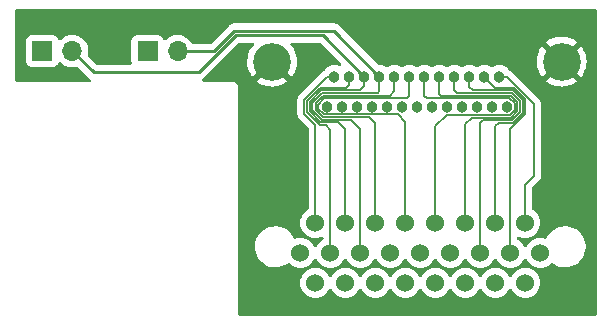
<source format=gbr>
%TF.GenerationSoftware,KiCad,Pcbnew,(6.0.5)*%
%TF.CreationDate,2022-07-15T13:10:31-06:00*%
%TF.ProjectId,25to25,3235746f-3235-42e6-9b69-6361645f7063,rev?*%
%TF.SameCoordinates,Original*%
%TF.FileFunction,Copper,L2,Bot*%
%TF.FilePolarity,Positive*%
%FSLAX46Y46*%
G04 Gerber Fmt 4.6, Leading zero omitted, Abs format (unit mm)*
G04 Created by KiCad (PCBNEW (6.0.5)) date 2022-07-15 13:10:31*
%MOMM*%
%LPD*%
G01*
G04 APERTURE LIST*
%TA.AperFunction,ComponentPad*%
%ADD10R,1.700000X1.700000*%
%TD*%
%TA.AperFunction,ComponentPad*%
%ADD11O,1.700000X1.700000*%
%TD*%
%TA.AperFunction,ComponentPad*%
%ADD12C,3.200400*%
%TD*%
%TA.AperFunction,ComponentPad*%
%ADD13C,0.965200*%
%TD*%
%TA.AperFunction,ComponentPad*%
%ADD14C,1.530000*%
%TD*%
%TA.AperFunction,Conductor*%
%ADD15C,0.127000*%
%TD*%
%TA.AperFunction,Conductor*%
%ADD16C,0.250000*%
%TD*%
G04 APERTURE END LIST*
D10*
%TO.P,J2,1,Pin_1*%
%TO.N,Net-(J2-Pad1)*%
X117550000Y-62600000D03*
D11*
%TO.P,J2,2,Pin_2*%
%TO.N,Net-(J2-Pad2)*%
X120090000Y-62600000D03*
%TD*%
D12*
%TO.P,J3,0,PAD*%
%TO.N,GND*%
X137009999Y-63490000D03*
X161510001Y-63490000D03*
D13*
%TO.P,J3,1,1*%
%TO.N,Net-(J3-Pad1)*%
X156880000Y-67300000D03*
%TO.P,J3,2,2*%
%TO.N,Net-(J3-Pad2)*%
X155610000Y-67300000D03*
%TO.P,J3,3,3*%
%TO.N,Net-(J3-Pad3)*%
X154340000Y-67300000D03*
%TO.P,J3,4,4*%
%TO.N,Net-(J3-Pad4)*%
X153070000Y-67300000D03*
%TO.P,J3,5,5*%
%TO.N,Net-(J3-Pad5)*%
X151800000Y-67300000D03*
%TO.P,J3,6,6*%
%TO.N,Net-(J3-Pad6)*%
X150530000Y-67300000D03*
%TO.P,J3,7,7*%
%TO.N,Net-(J3-Pad7)*%
X149260000Y-67300000D03*
%TO.P,J3,8,8*%
%TO.N,Net-(J3-Pad8)*%
X147990000Y-67300000D03*
%TO.P,J3,9,9*%
%TO.N,Net-(J1-Pad1)*%
X146720000Y-67300000D03*
%TO.P,J3,10,10*%
%TO.N,Net-(J2-Pad1)*%
X145450000Y-67300000D03*
%TO.P,J3,11,11*%
%TO.N,Net-(J3-Pad11)*%
X144180000Y-67300000D03*
%TO.P,J3,12,12*%
%TO.N,Net-(J3-Pad12)*%
X142910000Y-67300000D03*
%TO.P,J3,13,13*%
%TO.N,Net-(J3-Pad13)*%
X141640000Y-67300000D03*
%TO.P,J3,14,P14*%
%TO.N,Net-(J3-Pad14)*%
X156245000Y-64760000D03*
%TO.P,J3,15,P15*%
%TO.N,Net-(J3-Pad15)*%
X154975000Y-64760000D03*
%TO.P,J3,16,P16*%
%TO.N,Net-(J3-Pad16)*%
X153705000Y-64760000D03*
%TO.P,J3,17,P17*%
%TO.N,Net-(J3-Pad17)*%
X152435000Y-64760000D03*
%TO.P,J3,18,P18*%
%TO.N,Net-(J3-Pad18)*%
X151165000Y-64760000D03*
%TO.P,J3,19,P19*%
%TO.N,Net-(J3-Pad19)*%
X149895000Y-64760000D03*
%TO.P,J3,20,P20*%
%TO.N,Net-(J3-Pad20)*%
X148625000Y-64760000D03*
%TO.P,J3,21,P21*%
%TO.N,Net-(J3-Pad21)*%
X147355000Y-64760000D03*
%TO.P,J3,22,P22*%
%TO.N,Net-(J1-Pad2)*%
X146085000Y-64760000D03*
%TO.P,J3,23,P23*%
%TO.N,Net-(J2-Pad2)*%
X144815000Y-64760000D03*
%TO.P,J3,24,P24*%
%TO.N,Net-(J3-Pad24)*%
X143545000Y-64760000D03*
%TO.P,J3,25,P25*%
%TO.N,Net-(J3-Pad25)*%
X142275000Y-64760000D03*
%TD*%
D10*
%TO.P,J1,1,Pin_1*%
%TO.N,Net-(J1-Pad1)*%
X126450000Y-62600000D03*
D11*
%TO.P,J1,2,Pin_2*%
%TO.N,Net-(J1-Pad2)*%
X128990000Y-62600000D03*
%TD*%
D14*
%TO.P,J4,1,1*%
%TO.N,Net-(J3-Pad1)*%
X159705033Y-79683276D03*
%TO.P,J4,2,2*%
%TO.N,Net-(J3-Pad2)*%
X158435033Y-82223276D03*
%TO.P,J4,3,3*%
%TO.N,Net-(J3-Pad3)*%
X155895033Y-82223276D03*
%TO.P,J4,4,4*%
%TO.N,Net-(J3-Pad4)*%
X153355033Y-82223276D03*
%TO.P,J4,5,5*%
%TO.N,Net-(J3-Pad5)*%
X152085033Y-79683276D03*
%TO.P,J4,6,6*%
%TO.N,Net-(J3-Pad6)*%
X150815033Y-82223276D03*
%TO.P,J4,7,7*%
%TO.N,Net-(J3-Pad7)*%
X149545033Y-79683276D03*
%TO.P,J4,8,8*%
%TO.N,Net-(J3-Pad8)*%
X148275033Y-82223276D03*
%TO.P,J4,9,9*%
%TO.N,Net-(J1-Pad1)*%
X147005033Y-79683276D03*
%TO.P,J4,10,10*%
%TO.N,Net-(J2-Pad1)*%
X145735033Y-82223276D03*
%TO.P,J4,11,11*%
%TO.N,Net-(J3-Pad11)*%
X143195033Y-82223276D03*
%TO.P,J4,12,12*%
%TO.N,Net-(J3-Pad12)*%
X140655033Y-82223276D03*
%TO.P,J4,13,13*%
%TO.N,Net-(J3-Pad13)*%
X139385033Y-79683276D03*
%TO.P,J4,14,P14*%
%TO.N,Net-(J3-Pad14)*%
X158435033Y-77143276D03*
%TO.P,J4,15,P15*%
%TO.N,Net-(J3-Pad15)*%
X157165033Y-79683276D03*
%TO.P,J4,16,P16*%
%TO.N,Net-(J3-Pad16)*%
X155895033Y-77143276D03*
%TO.P,J4,17,P17*%
%TO.N,Net-(J3-Pad17)*%
X154625033Y-79683276D03*
%TO.P,J4,18,P18*%
%TO.N,Net-(J3-Pad18)*%
X153355033Y-77143276D03*
%TO.P,J4,19,P19*%
%TO.N,Net-(J3-Pad19)*%
X150815033Y-77143276D03*
%TO.P,J4,20,P20*%
%TO.N,Net-(J3-Pad20)*%
X148275033Y-77143276D03*
%TO.P,J4,21,P21*%
%TO.N,Net-(J3-Pad21)*%
X145735033Y-77143276D03*
%TO.P,J4,22,P22*%
%TO.N,Net-(J1-Pad2)*%
X144465033Y-79683276D03*
%TO.P,J4,23,P23*%
%TO.N,Net-(J2-Pad2)*%
X143195033Y-77143276D03*
%TO.P,J4,24,P24*%
%TO.N,Net-(J3-Pad24)*%
X141925033Y-79683276D03*
%TO.P,J4,25,P25*%
%TO.N,Net-(J3-Pad25)*%
X140655033Y-77143276D03*
%TD*%
D15*
%TO.N,Net-(J1-Pad2)*%
X140400000Y-67613727D02*
X140400000Y-66986272D01*
D16*
X132105704Y-62600000D02*
X133810225Y-60895480D01*
X142220480Y-60895480D02*
X146085000Y-64760000D01*
D15*
X140400000Y-66986272D02*
X141239312Y-66146960D01*
X141239312Y-66146960D02*
X145953040Y-66146960D01*
X145953040Y-66146960D02*
X146085000Y-66015000D01*
X143701349Y-68400000D02*
X141186273Y-68400000D01*
D16*
X128990000Y-62600000D02*
X132105704Y-62600000D01*
D15*
X144465033Y-79683276D02*
X144465033Y-69163684D01*
X144465033Y-69163684D02*
X143701349Y-68400000D01*
X146085000Y-66015000D02*
X146085000Y-64760000D01*
D16*
X133810225Y-60895480D02*
X142220480Y-60895480D01*
D15*
X141186273Y-68400000D02*
X140400000Y-67613727D01*
D16*
%TO.N,Net-(J2-Pad2)*%
X144815000Y-64760000D02*
X141300000Y-61245000D01*
D15*
X144815000Y-65585000D02*
X144479560Y-65920440D01*
D16*
X121890000Y-64400000D02*
X120090000Y-62600000D01*
D15*
X143195033Y-69221553D02*
X143195033Y-77143276D01*
X142600000Y-68626520D02*
X143195033Y-69221553D01*
X140173480Y-67707555D02*
X141092445Y-68626520D01*
X140173480Y-66892444D02*
X140173480Y-67707555D01*
X141092445Y-68626520D02*
X142600000Y-68626520D01*
D16*
X133955000Y-61245000D02*
X130800000Y-64400000D01*
D15*
X144815000Y-64760000D02*
X144815000Y-65585000D01*
X141145484Y-65920440D02*
X140173480Y-66892444D01*
D16*
X130800000Y-64400000D02*
X121890000Y-64400000D01*
D15*
X144479560Y-65920440D02*
X141145484Y-65920440D01*
D16*
X141300000Y-61245000D02*
X133955000Y-61245000D01*
D15*
%TO.N,Net-(J3-Pad14)*%
X158435033Y-73943276D02*
X158435033Y-77143276D01*
X159200033Y-73178276D02*
X159200033Y-67100033D01*
X159200033Y-67100033D02*
X156860000Y-64760000D01*
X156860000Y-64760000D02*
X156245000Y-64760000D01*
X159200033Y-73178276D02*
X158435033Y-73943276D01*
%TO.N,Net-(J3-Pad15)*%
X158431691Y-67968309D02*
X157165033Y-69234967D01*
X155908920Y-65693920D02*
X157468342Y-65693920D01*
X157468342Y-65693920D02*
X158431691Y-66657270D01*
X158431691Y-66657270D02*
X158431691Y-67968309D01*
X154975000Y-64760000D02*
X155908920Y-65693920D01*
X157165033Y-69234967D02*
X157165033Y-79683276D01*
%TO.N,Net-(J3-Pad16)*%
X155895033Y-68984527D02*
X155895033Y-77143276D01*
X156200000Y-68679560D02*
X156300000Y-68679560D01*
X158205171Y-66751097D02*
X158205171Y-67855873D01*
X153705000Y-64760000D02*
X153705000Y-65625440D01*
X154000000Y-65920440D02*
X157374514Y-65920440D01*
X157374514Y-65920440D02*
X158205171Y-66751097D01*
X153705000Y-65625440D02*
X154000000Y-65920440D01*
X157381484Y-68679560D02*
X156200000Y-68679560D01*
X158205171Y-67855873D02*
X157381484Y-68679560D01*
X156200000Y-68679560D02*
X155895033Y-68984527D01*
%TO.N,Net-(J3-Pad17)*%
X157978651Y-67762045D02*
X157287656Y-68453040D01*
X157978651Y-66844924D02*
X157978651Y-67762045D01*
X152435000Y-64760000D02*
X152435000Y-65935000D01*
X152646960Y-66146960D02*
X157280688Y-66146960D01*
X152435000Y-65935000D02*
X152646960Y-66146960D01*
X154846960Y-68453040D02*
X156946960Y-68453040D01*
X154625033Y-79683276D02*
X154625033Y-68674967D01*
X157287656Y-68453040D02*
X156800000Y-68453040D01*
X154625033Y-68674967D02*
X154846960Y-68453040D01*
X157280688Y-66146960D02*
X157978651Y-66844924D01*
%TO.N,Net-(J3-Pad18)*%
X157752131Y-66938751D02*
X157752131Y-67668217D01*
X157752131Y-67668217D02*
X157193828Y-68226520D01*
X157193828Y-68226520D02*
X153900000Y-68226520D01*
X153355033Y-68771487D02*
X153355033Y-77143276D01*
X151165000Y-66238480D02*
X151300000Y-66373480D01*
X157752131Y-67668217D02*
X157752131Y-67647869D01*
X152700000Y-66373480D02*
X157186860Y-66373480D01*
X151165000Y-64760000D02*
X151165000Y-66238480D01*
X153900000Y-68226520D02*
X153355033Y-68771487D01*
X151300000Y-66373480D02*
X152700000Y-66373480D01*
X157186860Y-66373480D02*
X157752131Y-66938751D01*
%TO.N,Net-(J3-Pad19)*%
X149895000Y-64760000D02*
X149895000Y-66395000D01*
X150100000Y-66600000D02*
X157093033Y-66600000D01*
X150815033Y-68984967D02*
X150815033Y-77143276D01*
X151800000Y-68000000D02*
X150815033Y-68984967D01*
X157093033Y-66600000D02*
X157525611Y-67032578D01*
X157100000Y-68000000D02*
X151800000Y-68000000D01*
X157525611Y-67574389D02*
X157100000Y-68000000D01*
X149895000Y-66395000D02*
X150100000Y-66600000D01*
X157525611Y-67032578D02*
X157525611Y-67574389D01*
%TO.N,Net-(J3-Pad20)*%
X141372578Y-67945611D02*
X147645611Y-67945611D01*
X140900000Y-67126967D02*
X140900000Y-67473033D01*
X148625000Y-64760000D02*
X148625000Y-66375000D01*
X148400000Y-66600000D02*
X141426967Y-66600000D01*
X148275033Y-68575033D02*
X148275033Y-77143276D01*
X141426967Y-66600000D02*
X140900000Y-67126967D01*
X140900000Y-67473033D02*
X141372578Y-67945611D01*
X148625000Y-66375000D02*
X148400000Y-66600000D01*
X147645611Y-67945611D02*
X148275033Y-68575033D01*
%TO.N,Net-(J3-Pad21)*%
X145735033Y-68679295D02*
X145227869Y-68172131D01*
X145735033Y-77143276D02*
X145735033Y-68679295D01*
X145227869Y-68172131D02*
X141278751Y-68172131D01*
X141278751Y-68172131D02*
X140673480Y-67566860D01*
X147355000Y-66018480D02*
X147355000Y-64760000D01*
X140673480Y-67566860D02*
X140673480Y-67033140D01*
X147000000Y-66373480D02*
X147355000Y-66018480D01*
X141333139Y-66373480D02*
X147000000Y-66373480D01*
X140673480Y-67033140D02*
X141333139Y-66373480D01*
%TO.N,Net-(J3-Pad24)*%
X143545000Y-65442499D02*
X143293579Y-65693920D01*
X143293579Y-65693920D02*
X141051656Y-65693920D01*
X139946960Y-67801382D02*
X141045578Y-68900000D01*
X141925033Y-69278073D02*
X141925033Y-79683276D01*
X141546960Y-68900000D02*
X141925033Y-69278073D01*
X141051656Y-65693920D02*
X139946960Y-66798616D01*
X143545000Y-64760000D02*
X143545000Y-65442499D01*
X141045578Y-68900000D02*
X141546960Y-68900000D01*
X139946960Y-66798616D02*
X139946960Y-67801382D01*
%TO.N,Net-(J3-Pad25)*%
X139720440Y-66704788D02*
X139720440Y-67920440D01*
X142275000Y-64760000D02*
X141665228Y-64760000D01*
X140655033Y-68855033D02*
X140655033Y-77143276D01*
X141665228Y-64760000D02*
X139720440Y-66704788D01*
X139720440Y-67920440D02*
X140655033Y-68855033D01*
%TD*%
%TA.AperFunction,Conductor*%
%TO.N,GND*%
G36*
X164433621Y-59028502D02*
G01*
X164480114Y-59082158D01*
X164491500Y-59134500D01*
X164491500Y-84865500D01*
X164471498Y-84933621D01*
X164417842Y-84980114D01*
X164365500Y-84991500D01*
X134234500Y-84991500D01*
X134166379Y-84971498D01*
X134119886Y-84917842D01*
X134108500Y-84865500D01*
X134108500Y-82223276D01*
X139376668Y-82223276D01*
X139396089Y-82445262D01*
X139453763Y-82660503D01*
X139456085Y-82665484D01*
X139456086Y-82665485D01*
X139545610Y-82857471D01*
X139545613Y-82857476D01*
X139547936Y-82862458D01*
X139675749Y-83044993D01*
X139833316Y-83202560D01*
X140015850Y-83330373D01*
X140020832Y-83332696D01*
X140020837Y-83332699D01*
X140212824Y-83422223D01*
X140217806Y-83424546D01*
X140223114Y-83425968D01*
X140223116Y-83425969D01*
X140289498Y-83443756D01*
X140433047Y-83482220D01*
X140655033Y-83501641D01*
X140877019Y-83482220D01*
X141020568Y-83443756D01*
X141086950Y-83425969D01*
X141086952Y-83425968D01*
X141092260Y-83424546D01*
X141097242Y-83422223D01*
X141289229Y-83332699D01*
X141289234Y-83332696D01*
X141294216Y-83330373D01*
X141476750Y-83202560D01*
X141634317Y-83044993D01*
X141762130Y-82862458D01*
X141764453Y-82857476D01*
X141764456Y-82857471D01*
X141810838Y-82758003D01*
X141857755Y-82704718D01*
X141926032Y-82685257D01*
X141993992Y-82705799D01*
X142039228Y-82758003D01*
X142085610Y-82857471D01*
X142085613Y-82857476D01*
X142087936Y-82862458D01*
X142215749Y-83044993D01*
X142373316Y-83202560D01*
X142555850Y-83330373D01*
X142560832Y-83332696D01*
X142560837Y-83332699D01*
X142752824Y-83422223D01*
X142757806Y-83424546D01*
X142763114Y-83425968D01*
X142763116Y-83425969D01*
X142829498Y-83443756D01*
X142973047Y-83482220D01*
X143195033Y-83501641D01*
X143417019Y-83482220D01*
X143560568Y-83443756D01*
X143626950Y-83425969D01*
X143626952Y-83425968D01*
X143632260Y-83424546D01*
X143637242Y-83422223D01*
X143829229Y-83332699D01*
X143829234Y-83332696D01*
X143834216Y-83330373D01*
X144016750Y-83202560D01*
X144174317Y-83044993D01*
X144302130Y-82862458D01*
X144304453Y-82857476D01*
X144304456Y-82857471D01*
X144350838Y-82758003D01*
X144397755Y-82704718D01*
X144466032Y-82685257D01*
X144533992Y-82705799D01*
X144579228Y-82758003D01*
X144625610Y-82857471D01*
X144625613Y-82857476D01*
X144627936Y-82862458D01*
X144755749Y-83044993D01*
X144913316Y-83202560D01*
X145095850Y-83330373D01*
X145100832Y-83332696D01*
X145100837Y-83332699D01*
X145292824Y-83422223D01*
X145297806Y-83424546D01*
X145303114Y-83425968D01*
X145303116Y-83425969D01*
X145369498Y-83443756D01*
X145513047Y-83482220D01*
X145735033Y-83501641D01*
X145957019Y-83482220D01*
X146100568Y-83443756D01*
X146166950Y-83425969D01*
X146166952Y-83425968D01*
X146172260Y-83424546D01*
X146177242Y-83422223D01*
X146369229Y-83332699D01*
X146369234Y-83332696D01*
X146374216Y-83330373D01*
X146556750Y-83202560D01*
X146714317Y-83044993D01*
X146842130Y-82862458D01*
X146844453Y-82857476D01*
X146844456Y-82857471D01*
X146890838Y-82758003D01*
X146937755Y-82704718D01*
X147006032Y-82685257D01*
X147073992Y-82705799D01*
X147119228Y-82758003D01*
X147165610Y-82857471D01*
X147165613Y-82857476D01*
X147167936Y-82862458D01*
X147295749Y-83044993D01*
X147453316Y-83202560D01*
X147635850Y-83330373D01*
X147640832Y-83332696D01*
X147640837Y-83332699D01*
X147832824Y-83422223D01*
X147837806Y-83424546D01*
X147843114Y-83425968D01*
X147843116Y-83425969D01*
X147909498Y-83443756D01*
X148053047Y-83482220D01*
X148275033Y-83501641D01*
X148497019Y-83482220D01*
X148640568Y-83443756D01*
X148706950Y-83425969D01*
X148706952Y-83425968D01*
X148712260Y-83424546D01*
X148717242Y-83422223D01*
X148909229Y-83332699D01*
X148909234Y-83332696D01*
X148914216Y-83330373D01*
X149096750Y-83202560D01*
X149254317Y-83044993D01*
X149382130Y-82862458D01*
X149384453Y-82857476D01*
X149384456Y-82857471D01*
X149430838Y-82758003D01*
X149477755Y-82704718D01*
X149546032Y-82685257D01*
X149613992Y-82705799D01*
X149659228Y-82758003D01*
X149705610Y-82857471D01*
X149705613Y-82857476D01*
X149707936Y-82862458D01*
X149835749Y-83044993D01*
X149993316Y-83202560D01*
X150175850Y-83330373D01*
X150180832Y-83332696D01*
X150180837Y-83332699D01*
X150372824Y-83422223D01*
X150377806Y-83424546D01*
X150383114Y-83425968D01*
X150383116Y-83425969D01*
X150449498Y-83443756D01*
X150593047Y-83482220D01*
X150815033Y-83501641D01*
X151037019Y-83482220D01*
X151180568Y-83443756D01*
X151246950Y-83425969D01*
X151246952Y-83425968D01*
X151252260Y-83424546D01*
X151257242Y-83422223D01*
X151449229Y-83332699D01*
X151449234Y-83332696D01*
X151454216Y-83330373D01*
X151636750Y-83202560D01*
X151794317Y-83044993D01*
X151922130Y-82862458D01*
X151924453Y-82857476D01*
X151924456Y-82857471D01*
X151970838Y-82758003D01*
X152017755Y-82704718D01*
X152086032Y-82685257D01*
X152153992Y-82705799D01*
X152199228Y-82758003D01*
X152245610Y-82857471D01*
X152245613Y-82857476D01*
X152247936Y-82862458D01*
X152375749Y-83044993D01*
X152533316Y-83202560D01*
X152715850Y-83330373D01*
X152720832Y-83332696D01*
X152720837Y-83332699D01*
X152912824Y-83422223D01*
X152917806Y-83424546D01*
X152923114Y-83425968D01*
X152923116Y-83425969D01*
X152989498Y-83443756D01*
X153133047Y-83482220D01*
X153355033Y-83501641D01*
X153577019Y-83482220D01*
X153720568Y-83443756D01*
X153786950Y-83425969D01*
X153786952Y-83425968D01*
X153792260Y-83424546D01*
X153797242Y-83422223D01*
X153989229Y-83332699D01*
X153989234Y-83332696D01*
X153994216Y-83330373D01*
X154176750Y-83202560D01*
X154334317Y-83044993D01*
X154462130Y-82862458D01*
X154464453Y-82857476D01*
X154464456Y-82857471D01*
X154510838Y-82758003D01*
X154557755Y-82704718D01*
X154626032Y-82685257D01*
X154693992Y-82705799D01*
X154739228Y-82758003D01*
X154785610Y-82857471D01*
X154785613Y-82857476D01*
X154787936Y-82862458D01*
X154915749Y-83044993D01*
X155073316Y-83202560D01*
X155255850Y-83330373D01*
X155260832Y-83332696D01*
X155260837Y-83332699D01*
X155452824Y-83422223D01*
X155457806Y-83424546D01*
X155463114Y-83425968D01*
X155463116Y-83425969D01*
X155529498Y-83443756D01*
X155673047Y-83482220D01*
X155895033Y-83501641D01*
X156117019Y-83482220D01*
X156260568Y-83443756D01*
X156326950Y-83425969D01*
X156326952Y-83425968D01*
X156332260Y-83424546D01*
X156337242Y-83422223D01*
X156529229Y-83332699D01*
X156529234Y-83332696D01*
X156534216Y-83330373D01*
X156716750Y-83202560D01*
X156874317Y-83044993D01*
X157002130Y-82862458D01*
X157004453Y-82857476D01*
X157004456Y-82857471D01*
X157050838Y-82758003D01*
X157097755Y-82704718D01*
X157166032Y-82685257D01*
X157233992Y-82705799D01*
X157279228Y-82758003D01*
X157325610Y-82857471D01*
X157325613Y-82857476D01*
X157327936Y-82862458D01*
X157455749Y-83044993D01*
X157613316Y-83202560D01*
X157795850Y-83330373D01*
X157800832Y-83332696D01*
X157800837Y-83332699D01*
X157992824Y-83422223D01*
X157997806Y-83424546D01*
X158003114Y-83425968D01*
X158003116Y-83425969D01*
X158069498Y-83443756D01*
X158213047Y-83482220D01*
X158435033Y-83501641D01*
X158657019Y-83482220D01*
X158800568Y-83443756D01*
X158866950Y-83425969D01*
X158866952Y-83425968D01*
X158872260Y-83424546D01*
X158877242Y-83422223D01*
X159069229Y-83332699D01*
X159069234Y-83332696D01*
X159074216Y-83330373D01*
X159256750Y-83202560D01*
X159414317Y-83044993D01*
X159542130Y-82862458D01*
X159544453Y-82857476D01*
X159544456Y-82857471D01*
X159633980Y-82665485D01*
X159633981Y-82665484D01*
X159636303Y-82660503D01*
X159693977Y-82445262D01*
X159713398Y-82223276D01*
X159693977Y-82001290D01*
X159636303Y-81786049D01*
X159590838Y-81688549D01*
X159544456Y-81589081D01*
X159544453Y-81589076D01*
X159542130Y-81584094D01*
X159414317Y-81401559D01*
X159256750Y-81243992D01*
X159074216Y-81116179D01*
X159069234Y-81113856D01*
X159069229Y-81113853D01*
X158877242Y-81024329D01*
X158877241Y-81024329D01*
X158872260Y-81022006D01*
X158866952Y-81020584D01*
X158866950Y-81020583D01*
X158800569Y-81002796D01*
X158657019Y-80964332D01*
X158435033Y-80944911D01*
X158213047Y-80964332D01*
X158069497Y-81002796D01*
X158003116Y-81020583D01*
X158003114Y-81020584D01*
X157997806Y-81022006D01*
X157992825Y-81024328D01*
X157992824Y-81024329D01*
X157800838Y-81113853D01*
X157800833Y-81113856D01*
X157795851Y-81116179D01*
X157613316Y-81243992D01*
X157455749Y-81401559D01*
X157327936Y-81584094D01*
X157325613Y-81589076D01*
X157325610Y-81589081D01*
X157279228Y-81688549D01*
X157232311Y-81741834D01*
X157164034Y-81761295D01*
X157096074Y-81740753D01*
X157050838Y-81688549D01*
X157004456Y-81589081D01*
X157004453Y-81589076D01*
X157002130Y-81584094D01*
X156874317Y-81401559D01*
X156716750Y-81243992D01*
X156534216Y-81116179D01*
X156529234Y-81113856D01*
X156529229Y-81113853D01*
X156337242Y-81024329D01*
X156337241Y-81024329D01*
X156332260Y-81022006D01*
X156326952Y-81020584D01*
X156326950Y-81020583D01*
X156260569Y-81002796D01*
X156117019Y-80964332D01*
X155895033Y-80944911D01*
X155673047Y-80964332D01*
X155529497Y-81002796D01*
X155463116Y-81020583D01*
X155463114Y-81020584D01*
X155457806Y-81022006D01*
X155452825Y-81024328D01*
X155452824Y-81024329D01*
X155260838Y-81113853D01*
X155260833Y-81113856D01*
X155255851Y-81116179D01*
X155073316Y-81243992D01*
X154915749Y-81401559D01*
X154787936Y-81584094D01*
X154785613Y-81589076D01*
X154785610Y-81589081D01*
X154739228Y-81688549D01*
X154692311Y-81741834D01*
X154624034Y-81761295D01*
X154556074Y-81740753D01*
X154510838Y-81688549D01*
X154464456Y-81589081D01*
X154464453Y-81589076D01*
X154462130Y-81584094D01*
X154334317Y-81401559D01*
X154176750Y-81243992D01*
X153994216Y-81116179D01*
X153989234Y-81113856D01*
X153989229Y-81113853D01*
X153797242Y-81024329D01*
X153797241Y-81024329D01*
X153792260Y-81022006D01*
X153786952Y-81020584D01*
X153786950Y-81020583D01*
X153720569Y-81002796D01*
X153577019Y-80964332D01*
X153355033Y-80944911D01*
X153133047Y-80964332D01*
X152989497Y-81002796D01*
X152923116Y-81020583D01*
X152923114Y-81020584D01*
X152917806Y-81022006D01*
X152912825Y-81024328D01*
X152912824Y-81024329D01*
X152720838Y-81113853D01*
X152720833Y-81113856D01*
X152715851Y-81116179D01*
X152533316Y-81243992D01*
X152375749Y-81401559D01*
X152247936Y-81584094D01*
X152245613Y-81589076D01*
X152245610Y-81589081D01*
X152199228Y-81688549D01*
X152152311Y-81741834D01*
X152084034Y-81761295D01*
X152016074Y-81740753D01*
X151970838Y-81688549D01*
X151924456Y-81589081D01*
X151924453Y-81589076D01*
X151922130Y-81584094D01*
X151794317Y-81401559D01*
X151636750Y-81243992D01*
X151454216Y-81116179D01*
X151449234Y-81113856D01*
X151449229Y-81113853D01*
X151257242Y-81024329D01*
X151257241Y-81024329D01*
X151252260Y-81022006D01*
X151246952Y-81020584D01*
X151246950Y-81020583D01*
X151180569Y-81002796D01*
X151037019Y-80964332D01*
X150815033Y-80944911D01*
X150593047Y-80964332D01*
X150449497Y-81002796D01*
X150383116Y-81020583D01*
X150383114Y-81020584D01*
X150377806Y-81022006D01*
X150372825Y-81024328D01*
X150372824Y-81024329D01*
X150180838Y-81113853D01*
X150180833Y-81113856D01*
X150175851Y-81116179D01*
X149993316Y-81243992D01*
X149835749Y-81401559D01*
X149707936Y-81584094D01*
X149705613Y-81589076D01*
X149705610Y-81589081D01*
X149659228Y-81688549D01*
X149612311Y-81741834D01*
X149544034Y-81761295D01*
X149476074Y-81740753D01*
X149430838Y-81688549D01*
X149384456Y-81589081D01*
X149384453Y-81589076D01*
X149382130Y-81584094D01*
X149254317Y-81401559D01*
X149096750Y-81243992D01*
X148914216Y-81116179D01*
X148909234Y-81113856D01*
X148909229Y-81113853D01*
X148717242Y-81024329D01*
X148717241Y-81024329D01*
X148712260Y-81022006D01*
X148706952Y-81020584D01*
X148706950Y-81020583D01*
X148640569Y-81002796D01*
X148497019Y-80964332D01*
X148275033Y-80944911D01*
X148053047Y-80964332D01*
X147909497Y-81002796D01*
X147843116Y-81020583D01*
X147843114Y-81020584D01*
X147837806Y-81022006D01*
X147832825Y-81024328D01*
X147832824Y-81024329D01*
X147640838Y-81113853D01*
X147640833Y-81113856D01*
X147635851Y-81116179D01*
X147453316Y-81243992D01*
X147295749Y-81401559D01*
X147167936Y-81584094D01*
X147165613Y-81589076D01*
X147165610Y-81589081D01*
X147119228Y-81688549D01*
X147072311Y-81741834D01*
X147004034Y-81761295D01*
X146936074Y-81740753D01*
X146890838Y-81688549D01*
X146844456Y-81589081D01*
X146844453Y-81589076D01*
X146842130Y-81584094D01*
X146714317Y-81401559D01*
X146556750Y-81243992D01*
X146374216Y-81116179D01*
X146369234Y-81113856D01*
X146369229Y-81113853D01*
X146177242Y-81024329D01*
X146177241Y-81024329D01*
X146172260Y-81022006D01*
X146166952Y-81020584D01*
X146166950Y-81020583D01*
X146100569Y-81002796D01*
X145957019Y-80964332D01*
X145735033Y-80944911D01*
X145513047Y-80964332D01*
X145369497Y-81002796D01*
X145303116Y-81020583D01*
X145303114Y-81020584D01*
X145297806Y-81022006D01*
X145292825Y-81024328D01*
X145292824Y-81024329D01*
X145100838Y-81113853D01*
X145100833Y-81113856D01*
X145095851Y-81116179D01*
X144913316Y-81243992D01*
X144755749Y-81401559D01*
X144627936Y-81584094D01*
X144625613Y-81589076D01*
X144625610Y-81589081D01*
X144579228Y-81688549D01*
X144532311Y-81741834D01*
X144464034Y-81761295D01*
X144396074Y-81740753D01*
X144350838Y-81688549D01*
X144304456Y-81589081D01*
X144304453Y-81589076D01*
X144302130Y-81584094D01*
X144174317Y-81401559D01*
X144016750Y-81243992D01*
X143834216Y-81116179D01*
X143829234Y-81113856D01*
X143829229Y-81113853D01*
X143637242Y-81024329D01*
X143637241Y-81024329D01*
X143632260Y-81022006D01*
X143626952Y-81020584D01*
X143626950Y-81020583D01*
X143560569Y-81002796D01*
X143417019Y-80964332D01*
X143195033Y-80944911D01*
X142973047Y-80964332D01*
X142829497Y-81002796D01*
X142763116Y-81020583D01*
X142763114Y-81020584D01*
X142757806Y-81022006D01*
X142752825Y-81024328D01*
X142752824Y-81024329D01*
X142560838Y-81113853D01*
X142560833Y-81113856D01*
X142555851Y-81116179D01*
X142373316Y-81243992D01*
X142215749Y-81401559D01*
X142087936Y-81584094D01*
X142085613Y-81589076D01*
X142085610Y-81589081D01*
X142039228Y-81688549D01*
X141992311Y-81741834D01*
X141924034Y-81761295D01*
X141856074Y-81740753D01*
X141810838Y-81688549D01*
X141764456Y-81589081D01*
X141764453Y-81589076D01*
X141762130Y-81584094D01*
X141634317Y-81401559D01*
X141476750Y-81243992D01*
X141294216Y-81116179D01*
X141289234Y-81113856D01*
X141289229Y-81113853D01*
X141097242Y-81024329D01*
X141097241Y-81024329D01*
X141092260Y-81022006D01*
X141086952Y-81020584D01*
X141086950Y-81020583D01*
X141020569Y-81002796D01*
X140877019Y-80964332D01*
X140655033Y-80944911D01*
X140433047Y-80964332D01*
X140289497Y-81002796D01*
X140223116Y-81020583D01*
X140223114Y-81020584D01*
X140217806Y-81022006D01*
X140212825Y-81024328D01*
X140212824Y-81024329D01*
X140020838Y-81113853D01*
X140020833Y-81113856D01*
X140015851Y-81116179D01*
X139833316Y-81243992D01*
X139675749Y-81401559D01*
X139547936Y-81584094D01*
X139545613Y-81589076D01*
X139545610Y-81589081D01*
X139499228Y-81688549D01*
X139453763Y-81786049D01*
X139396089Y-82001290D01*
X139376668Y-82223276D01*
X134108500Y-82223276D01*
X134108500Y-65708623D01*
X134108502Y-65707853D01*
X134108921Y-65639254D01*
X134108976Y-65630279D01*
X134100850Y-65601847D01*
X134097272Y-65585085D01*
X134094352Y-65564698D01*
X134093080Y-65555813D01*
X134082451Y-65532436D01*
X134076004Y-65514913D01*
X134071416Y-65498862D01*
X134068949Y-65490229D01*
X134064156Y-65482632D01*
X134053170Y-65465220D01*
X134045030Y-65450135D01*
X134032792Y-65423218D01*
X134016030Y-65403765D01*
X134004927Y-65388761D01*
X133991224Y-65367042D01*
X133984499Y-65361103D01*
X133984496Y-65361099D01*
X133969062Y-65347468D01*
X133957018Y-65335276D01*
X133943573Y-65319673D01*
X133943570Y-65319671D01*
X133937713Y-65312873D01*
X133916165Y-65298906D01*
X133901291Y-65287615D01*
X133888783Y-65276569D01*
X133888782Y-65276568D01*
X133882049Y-65270622D01*
X133855287Y-65258057D01*
X133840309Y-65249737D01*
X133823017Y-65238529D01*
X133823012Y-65238527D01*
X133815485Y-65233648D01*
X133806892Y-65231078D01*
X133806887Y-65231076D01*
X133790880Y-65226289D01*
X133773436Y-65219628D01*
X133758324Y-65212533D01*
X133758322Y-65212532D01*
X133750200Y-65208719D01*
X133741333Y-65207338D01*
X133741332Y-65207338D01*
X133731690Y-65205837D01*
X133720983Y-65204170D01*
X133704268Y-65200387D01*
X133684534Y-65194485D01*
X133684528Y-65194484D01*
X133675934Y-65191914D01*
X133666963Y-65191859D01*
X133666962Y-65191859D01*
X133656903Y-65191798D01*
X133641494Y-65191704D01*
X133640711Y-65191671D01*
X133639614Y-65191500D01*
X133608623Y-65191500D01*
X133607853Y-65191498D01*
X133534215Y-65191048D01*
X133534214Y-65191048D01*
X133530279Y-65191024D01*
X133528935Y-65191408D01*
X133527590Y-65191500D01*
X131174380Y-65191500D01*
X131106259Y-65171498D01*
X131088314Y-65150788D01*
X135714483Y-65150788D01*
X135721538Y-65160761D01*
X135764640Y-65196800D01*
X135771573Y-65201837D01*
X136007800Y-65350022D01*
X136015352Y-65354071D01*
X136269510Y-65468829D01*
X136277541Y-65471815D01*
X136544922Y-65551017D01*
X136553274Y-65552884D01*
X136828936Y-65595066D01*
X136837469Y-65595782D01*
X137116300Y-65600163D01*
X137124851Y-65599714D01*
X137401701Y-65566212D01*
X137410102Y-65564610D01*
X137679857Y-65493841D01*
X137687959Y-65491114D01*
X137945604Y-65384394D01*
X137953272Y-65380588D01*
X138194049Y-65239889D01*
X138201130Y-65235076D01*
X138296024Y-65160671D01*
X138304494Y-65148812D01*
X138297977Y-65137188D01*
X137022811Y-63862022D01*
X137008867Y-63854408D01*
X137007034Y-63854539D01*
X137000419Y-63858790D01*
X135721775Y-65137434D01*
X135714483Y-65150788D01*
X131088314Y-65150788D01*
X131059766Y-65117842D01*
X131049662Y-65047568D01*
X131079156Y-64982988D01*
X131107816Y-64959826D01*
X131107617Y-64959552D01*
X131112943Y-64955683D01*
X131112949Y-64955678D01*
X131143387Y-64933564D01*
X131153307Y-64927048D01*
X131184535Y-64908580D01*
X131184538Y-64908578D01*
X131191362Y-64904542D01*
X131205683Y-64890221D01*
X131220717Y-64877380D01*
X131222432Y-64876134D01*
X131237107Y-64865472D01*
X131265298Y-64831395D01*
X131273288Y-64822616D01*
X134180500Y-61915405D01*
X134242812Y-61881379D01*
X134269595Y-61878500D01*
X135339576Y-61878500D01*
X135407697Y-61898502D01*
X135454190Y-61952158D01*
X135464294Y-62022432D01*
X135430973Y-62091233D01*
X135384757Y-62139934D01*
X135379307Y-62146523D01*
X135216577Y-62372986D01*
X135212055Y-62380280D01*
X135081573Y-62626717D01*
X135078087Y-62634545D01*
X134982252Y-62896426D01*
X134979863Y-62904649D01*
X134920455Y-63177122D01*
X134919206Y-63185578D01*
X134897325Y-63463601D01*
X134897236Y-63472152D01*
X134913289Y-63750558D01*
X134914362Y-63759058D01*
X134968051Y-64032710D01*
X134970264Y-64040972D01*
X135060597Y-64304813D01*
X135063913Y-64312700D01*
X135189216Y-64561838D01*
X135193573Y-64569204D01*
X135337287Y-64778311D01*
X135347540Y-64786654D01*
X135361281Y-64779508D01*
X136920904Y-63219885D01*
X136983216Y-63185859D01*
X137054031Y-63190924D01*
X137099094Y-63219885D01*
X138657406Y-64778197D01*
X138669616Y-64784864D01*
X138681115Y-64776175D01*
X138791632Y-64625725D01*
X138796216Y-64618502D01*
X138929279Y-64373430D01*
X138932847Y-64365636D01*
X139031418Y-64104779D01*
X139033895Y-64096573D01*
X139096151Y-63824750D01*
X139097491Y-63816289D01*
X139122442Y-63536719D01*
X139122688Y-63531780D01*
X139123099Y-63492485D01*
X139122956Y-63487519D01*
X139103866Y-63207493D01*
X139102705Y-63199019D01*
X139046152Y-62925936D01*
X139043853Y-62917701D01*
X138950761Y-62654817D01*
X138947364Y-62646967D01*
X138819456Y-62399151D01*
X138815028Y-62391839D01*
X138654673Y-62163677D01*
X138649287Y-62157026D01*
X138587255Y-62090271D01*
X138555537Y-62026753D01*
X138563193Y-61956171D01*
X138607794Y-61900932D01*
X138679556Y-61878500D01*
X140985406Y-61878500D01*
X141053527Y-61898502D01*
X141074501Y-61915405D01*
X142794657Y-63635561D01*
X142828683Y-63697873D01*
X142823618Y-63768688D01*
X142781071Y-63825524D01*
X142714551Y-63850335D01*
X142661048Y-63841522D01*
X142660925Y-63841920D01*
X142658040Y-63841027D01*
X142585726Y-63818642D01*
X142481140Y-63786267D01*
X142481137Y-63786266D01*
X142475253Y-63784445D01*
X142469128Y-63783801D01*
X142469127Y-63783801D01*
X142288081Y-63764772D01*
X142288080Y-63764772D01*
X142281953Y-63764128D01*
X142201331Y-63771465D01*
X142094527Y-63781185D01*
X142094524Y-63781186D01*
X142088388Y-63781744D01*
X142082482Y-63783482D01*
X142082478Y-63783483D01*
X141981302Y-63813261D01*
X141901931Y-63836621D01*
X141896473Y-63839474D01*
X141896469Y-63839476D01*
X141802364Y-63888674D01*
X141729684Y-63926670D01*
X141724886Y-63930528D01*
X141724884Y-63930529D01*
X141653946Y-63987565D01*
X141578208Y-64048460D01*
X141453273Y-64197352D01*
X141450302Y-64202756D01*
X141446824Y-64207836D01*
X141444876Y-64206502D01*
X141401961Y-64249179D01*
X141390107Y-64254831D01*
X141376760Y-64260359D01*
X141257273Y-64352045D01*
X141252247Y-64358595D01*
X141239279Y-64375495D01*
X141228412Y-64387886D01*
X139348326Y-66267972D01*
X139335935Y-66278839D01*
X139312485Y-66296833D01*
X139289465Y-66326833D01*
X139289464Y-66326834D01*
X139275308Y-66345283D01*
X139220799Y-66416320D01*
X139163163Y-66555466D01*
X139148440Y-66667296D01*
X139148440Y-66667302D01*
X139143505Y-66704788D01*
X139144583Y-66712976D01*
X139144583Y-66712977D01*
X139147362Y-66734086D01*
X139148440Y-66750532D01*
X139148440Y-67874696D01*
X139147362Y-67891142D01*
X139143505Y-67920440D01*
X139148440Y-67957926D01*
X139148440Y-67957932D01*
X139157969Y-68030310D01*
X139163163Y-68069762D01*
X139220799Y-68208908D01*
X139225826Y-68215459D01*
X139225827Y-68215461D01*
X139288975Y-68297756D01*
X139300460Y-68312723D01*
X139312485Y-68328395D01*
X139319035Y-68333421D01*
X139335935Y-68346389D01*
X139348326Y-68357256D01*
X140046128Y-69055058D01*
X140080154Y-69117370D01*
X140083033Y-69144153D01*
X140083033Y-75925199D01*
X140063031Y-75993320D01*
X140020216Y-76034144D01*
X140015851Y-76036179D01*
X140011347Y-76039332D01*
X140011343Y-76039335D01*
X139837827Y-76160833D01*
X139833316Y-76163992D01*
X139675749Y-76321559D01*
X139547936Y-76504094D01*
X139545613Y-76509076D01*
X139545610Y-76509081D01*
X139499228Y-76608549D01*
X139453763Y-76706049D01*
X139396089Y-76921290D01*
X139376668Y-77143276D01*
X139396089Y-77365262D01*
X139453763Y-77580503D01*
X139456085Y-77585484D01*
X139456086Y-77585485D01*
X139545610Y-77777471D01*
X139545613Y-77777476D01*
X139547936Y-77782458D01*
X139675749Y-77964993D01*
X139833316Y-78122560D01*
X140015850Y-78250373D01*
X140020832Y-78252696D01*
X140020837Y-78252699D01*
X140200583Y-78336515D01*
X140217806Y-78344546D01*
X140223114Y-78345968D01*
X140223116Y-78345969D01*
X140247882Y-78352605D01*
X140433047Y-78402220D01*
X140655033Y-78421641D01*
X140877019Y-78402220D01*
X141062184Y-78352605D01*
X141086950Y-78345969D01*
X141086952Y-78345968D01*
X141092260Y-78344546D01*
X141173784Y-78306531D01*
X141243974Y-78295870D01*
X141308787Y-78324850D01*
X141347644Y-78384269D01*
X141353033Y-78420726D01*
X141353033Y-78465199D01*
X141333031Y-78533320D01*
X141290216Y-78574144D01*
X141285851Y-78576179D01*
X141281347Y-78579332D01*
X141281343Y-78579335D01*
X141281342Y-78579336D01*
X141103316Y-78703992D01*
X140945749Y-78861559D01*
X140817936Y-79044094D01*
X140815613Y-79049076D01*
X140815610Y-79049081D01*
X140769228Y-79148549D01*
X140722311Y-79201834D01*
X140654034Y-79221295D01*
X140586074Y-79200753D01*
X140540838Y-79148549D01*
X140494456Y-79049081D01*
X140494453Y-79049076D01*
X140492130Y-79044094D01*
X140364317Y-78861559D01*
X140206750Y-78703992D01*
X140024216Y-78576179D01*
X140019234Y-78573856D01*
X140019229Y-78573853D01*
X139827242Y-78484329D01*
X139827241Y-78484329D01*
X139822260Y-78482006D01*
X139816952Y-78480584D01*
X139816950Y-78480583D01*
X139739338Y-78459787D01*
X139607019Y-78424332D01*
X139385033Y-78404911D01*
X139163047Y-78424332D01*
X139030728Y-78459787D01*
X138973005Y-78475254D01*
X138972717Y-78475331D01*
X138901741Y-78473641D01*
X138842945Y-78433847D01*
X138828292Y-78411707D01*
X138799588Y-78356451D01*
X138750396Y-78261752D01*
X138595263Y-78049401D01*
X138409794Y-77862959D01*
X138198259Y-77706716D01*
X137965523Y-77584269D01*
X137716944Y-77498433D01*
X137597862Y-77476685D01*
X137462213Y-77451911D01*
X137462210Y-77451911D01*
X137458242Y-77451186D01*
X137374096Y-77446776D01*
X137210159Y-77446776D01*
X137207780Y-77446957D01*
X137207779Y-77446957D01*
X137019576Y-77461273D01*
X137019571Y-77461274D01*
X137014809Y-77461636D01*
X137010155Y-77462715D01*
X137010153Y-77462715D01*
X136859765Y-77497573D01*
X136758620Y-77521017D01*
X136514360Y-77618467D01*
X136287651Y-77751742D01*
X136083710Y-77917776D01*
X135907231Y-78112748D01*
X135762273Y-78332171D01*
X135760272Y-78336511D01*
X135760270Y-78336515D01*
X135654179Y-78566644D01*
X135652173Y-78570996D01*
X135650849Y-78575597D01*
X135650849Y-78575598D01*
X135649775Y-78579333D01*
X135579465Y-78823727D01*
X135545822Y-79084547D01*
X135552018Y-79347455D01*
X135552852Y-79352160D01*
X135594589Y-79587662D01*
X135597910Y-79606402D01*
X135682442Y-79855427D01*
X135803670Y-80088800D01*
X135958803Y-80301151D01*
X136144272Y-80487593D01*
X136355807Y-80643836D01*
X136588543Y-80766283D01*
X136837122Y-80852119D01*
X136956204Y-80873867D01*
X137091853Y-80898641D01*
X137091856Y-80898641D01*
X137095824Y-80899366D01*
X137179970Y-80903776D01*
X137343907Y-80903776D01*
X137346286Y-80903595D01*
X137346287Y-80903595D01*
X137534490Y-80889279D01*
X137534495Y-80889278D01*
X137539257Y-80888916D01*
X137543911Y-80887837D01*
X137543913Y-80887837D01*
X137790782Y-80830616D01*
X137790781Y-80830616D01*
X137795446Y-80829535D01*
X138039706Y-80732085D01*
X138266415Y-80598810D01*
X138270135Y-80595782D01*
X138306722Y-80565995D01*
X138372178Y-80538498D01*
X138442109Y-80550754D01*
X138475368Y-80574612D01*
X138563316Y-80662560D01*
X138745850Y-80790373D01*
X138750832Y-80792696D01*
X138750837Y-80792699D01*
X138942824Y-80882223D01*
X138947806Y-80884546D01*
X138953114Y-80885968D01*
X138953116Y-80885969D01*
X139003902Y-80899577D01*
X139163047Y-80942220D01*
X139385033Y-80961641D01*
X139607019Y-80942220D01*
X139766164Y-80899577D01*
X139816950Y-80885969D01*
X139816952Y-80885968D01*
X139822260Y-80884546D01*
X139827242Y-80882223D01*
X140019229Y-80792699D01*
X140019234Y-80792696D01*
X140024216Y-80790373D01*
X140206750Y-80662560D01*
X140364317Y-80504993D01*
X140370969Y-80495494D01*
X140488973Y-80326966D01*
X140492130Y-80322458D01*
X140494453Y-80317476D01*
X140494456Y-80317471D01*
X140540838Y-80218003D01*
X140587755Y-80164718D01*
X140656032Y-80145257D01*
X140723992Y-80165799D01*
X140769228Y-80218003D01*
X140815610Y-80317471D01*
X140815613Y-80317476D01*
X140817936Y-80322458D01*
X140821093Y-80326966D01*
X140939098Y-80495494D01*
X140945749Y-80504993D01*
X141103316Y-80662560D01*
X141285850Y-80790373D01*
X141290832Y-80792696D01*
X141290837Y-80792699D01*
X141482824Y-80882223D01*
X141487806Y-80884546D01*
X141493114Y-80885968D01*
X141493116Y-80885969D01*
X141543902Y-80899577D01*
X141703047Y-80942220D01*
X141925033Y-80961641D01*
X142147019Y-80942220D01*
X142306164Y-80899577D01*
X142356950Y-80885969D01*
X142356952Y-80885968D01*
X142362260Y-80884546D01*
X142367242Y-80882223D01*
X142559229Y-80792699D01*
X142559234Y-80792696D01*
X142564216Y-80790373D01*
X142746750Y-80662560D01*
X142904317Y-80504993D01*
X142910969Y-80495494D01*
X143028973Y-80326966D01*
X143032130Y-80322458D01*
X143034453Y-80317476D01*
X143034456Y-80317471D01*
X143080838Y-80218003D01*
X143127755Y-80164718D01*
X143196032Y-80145257D01*
X143263992Y-80165799D01*
X143309228Y-80218003D01*
X143355610Y-80317471D01*
X143355613Y-80317476D01*
X143357936Y-80322458D01*
X143361093Y-80326966D01*
X143479098Y-80495494D01*
X143485749Y-80504993D01*
X143643316Y-80662560D01*
X143825850Y-80790373D01*
X143830832Y-80792696D01*
X143830837Y-80792699D01*
X144022824Y-80882223D01*
X144027806Y-80884546D01*
X144033114Y-80885968D01*
X144033116Y-80885969D01*
X144083902Y-80899577D01*
X144243047Y-80942220D01*
X144465033Y-80961641D01*
X144687019Y-80942220D01*
X144846164Y-80899577D01*
X144896950Y-80885969D01*
X144896952Y-80885968D01*
X144902260Y-80884546D01*
X144907242Y-80882223D01*
X145099229Y-80792699D01*
X145099234Y-80792696D01*
X145104216Y-80790373D01*
X145286750Y-80662560D01*
X145444317Y-80504993D01*
X145450969Y-80495494D01*
X145568973Y-80326966D01*
X145572130Y-80322458D01*
X145574453Y-80317476D01*
X145574456Y-80317471D01*
X145620838Y-80218003D01*
X145667755Y-80164718D01*
X145736032Y-80145257D01*
X145803992Y-80165799D01*
X145849228Y-80218003D01*
X145895610Y-80317471D01*
X145895613Y-80317476D01*
X145897936Y-80322458D01*
X145901093Y-80326966D01*
X146019098Y-80495494D01*
X146025749Y-80504993D01*
X146183316Y-80662560D01*
X146365850Y-80790373D01*
X146370832Y-80792696D01*
X146370837Y-80792699D01*
X146562824Y-80882223D01*
X146567806Y-80884546D01*
X146573114Y-80885968D01*
X146573116Y-80885969D01*
X146623902Y-80899577D01*
X146783047Y-80942220D01*
X147005033Y-80961641D01*
X147227019Y-80942220D01*
X147386164Y-80899577D01*
X147436950Y-80885969D01*
X147436952Y-80885968D01*
X147442260Y-80884546D01*
X147447242Y-80882223D01*
X147639229Y-80792699D01*
X147639234Y-80792696D01*
X147644216Y-80790373D01*
X147826750Y-80662560D01*
X147984317Y-80504993D01*
X147990969Y-80495494D01*
X148108973Y-80326966D01*
X148112130Y-80322458D01*
X148114453Y-80317476D01*
X148114456Y-80317471D01*
X148160838Y-80218003D01*
X148207755Y-80164718D01*
X148276032Y-80145257D01*
X148343992Y-80165799D01*
X148389228Y-80218003D01*
X148435610Y-80317471D01*
X148435613Y-80317476D01*
X148437936Y-80322458D01*
X148441093Y-80326966D01*
X148559098Y-80495494D01*
X148565749Y-80504993D01*
X148723316Y-80662560D01*
X148905850Y-80790373D01*
X148910832Y-80792696D01*
X148910837Y-80792699D01*
X149102824Y-80882223D01*
X149107806Y-80884546D01*
X149113114Y-80885968D01*
X149113116Y-80885969D01*
X149163902Y-80899577D01*
X149323047Y-80942220D01*
X149545033Y-80961641D01*
X149767019Y-80942220D01*
X149926164Y-80899577D01*
X149976950Y-80885969D01*
X149976952Y-80885968D01*
X149982260Y-80884546D01*
X149987242Y-80882223D01*
X150179229Y-80792699D01*
X150179234Y-80792696D01*
X150184216Y-80790373D01*
X150366750Y-80662560D01*
X150524317Y-80504993D01*
X150530969Y-80495494D01*
X150648973Y-80326966D01*
X150652130Y-80322458D01*
X150654453Y-80317476D01*
X150654456Y-80317471D01*
X150700838Y-80218003D01*
X150747755Y-80164718D01*
X150816032Y-80145257D01*
X150883992Y-80165799D01*
X150929228Y-80218003D01*
X150975610Y-80317471D01*
X150975613Y-80317476D01*
X150977936Y-80322458D01*
X150981093Y-80326966D01*
X151099098Y-80495494D01*
X151105749Y-80504993D01*
X151263316Y-80662560D01*
X151445850Y-80790373D01*
X151450832Y-80792696D01*
X151450837Y-80792699D01*
X151642824Y-80882223D01*
X151647806Y-80884546D01*
X151653114Y-80885968D01*
X151653116Y-80885969D01*
X151703902Y-80899577D01*
X151863047Y-80942220D01*
X152085033Y-80961641D01*
X152307019Y-80942220D01*
X152466164Y-80899577D01*
X152516950Y-80885969D01*
X152516952Y-80885968D01*
X152522260Y-80884546D01*
X152527242Y-80882223D01*
X152719229Y-80792699D01*
X152719234Y-80792696D01*
X152724216Y-80790373D01*
X152906750Y-80662560D01*
X153064317Y-80504993D01*
X153070969Y-80495494D01*
X153188973Y-80326966D01*
X153192130Y-80322458D01*
X153194453Y-80317476D01*
X153194456Y-80317471D01*
X153240838Y-80218003D01*
X153287755Y-80164718D01*
X153356032Y-80145257D01*
X153423992Y-80165799D01*
X153469228Y-80218003D01*
X153515610Y-80317471D01*
X153515613Y-80317476D01*
X153517936Y-80322458D01*
X153521093Y-80326966D01*
X153639098Y-80495494D01*
X153645749Y-80504993D01*
X153803316Y-80662560D01*
X153985850Y-80790373D01*
X153990832Y-80792696D01*
X153990837Y-80792699D01*
X154182824Y-80882223D01*
X154187806Y-80884546D01*
X154193114Y-80885968D01*
X154193116Y-80885969D01*
X154243902Y-80899577D01*
X154403047Y-80942220D01*
X154625033Y-80961641D01*
X154847019Y-80942220D01*
X155006164Y-80899577D01*
X155056950Y-80885969D01*
X155056952Y-80885968D01*
X155062260Y-80884546D01*
X155067242Y-80882223D01*
X155259229Y-80792699D01*
X155259234Y-80792696D01*
X155264216Y-80790373D01*
X155446750Y-80662560D01*
X155604317Y-80504993D01*
X155610969Y-80495494D01*
X155728973Y-80326966D01*
X155732130Y-80322458D01*
X155734453Y-80317476D01*
X155734456Y-80317471D01*
X155780838Y-80218003D01*
X155827755Y-80164718D01*
X155896032Y-80145257D01*
X155963992Y-80165799D01*
X156009228Y-80218003D01*
X156055610Y-80317471D01*
X156055613Y-80317476D01*
X156057936Y-80322458D01*
X156061093Y-80326966D01*
X156179098Y-80495494D01*
X156185749Y-80504993D01*
X156343316Y-80662560D01*
X156525850Y-80790373D01*
X156530832Y-80792696D01*
X156530837Y-80792699D01*
X156722824Y-80882223D01*
X156727806Y-80884546D01*
X156733114Y-80885968D01*
X156733116Y-80885969D01*
X156783902Y-80899577D01*
X156943047Y-80942220D01*
X157165033Y-80961641D01*
X157387019Y-80942220D01*
X157546164Y-80899577D01*
X157596950Y-80885969D01*
X157596952Y-80885968D01*
X157602260Y-80884546D01*
X157607242Y-80882223D01*
X157799229Y-80792699D01*
X157799234Y-80792696D01*
X157804216Y-80790373D01*
X157986750Y-80662560D01*
X158144317Y-80504993D01*
X158150969Y-80495494D01*
X158268973Y-80326966D01*
X158272130Y-80322458D01*
X158274453Y-80317476D01*
X158274456Y-80317471D01*
X158320838Y-80218003D01*
X158367755Y-80164718D01*
X158436032Y-80145257D01*
X158503992Y-80165799D01*
X158549228Y-80218003D01*
X158595610Y-80317471D01*
X158595613Y-80317476D01*
X158597936Y-80322458D01*
X158601093Y-80326966D01*
X158719098Y-80495494D01*
X158725749Y-80504993D01*
X158883316Y-80662560D01*
X159065850Y-80790373D01*
X159070832Y-80792696D01*
X159070837Y-80792699D01*
X159262824Y-80882223D01*
X159267806Y-80884546D01*
X159273114Y-80885968D01*
X159273116Y-80885969D01*
X159323902Y-80899577D01*
X159483047Y-80942220D01*
X159705033Y-80961641D01*
X159927019Y-80942220D01*
X160086164Y-80899577D01*
X160136950Y-80885969D01*
X160136952Y-80885968D01*
X160142260Y-80884546D01*
X160147242Y-80882223D01*
X160339229Y-80792699D01*
X160339234Y-80792696D01*
X160344216Y-80790373D01*
X160526750Y-80662560D01*
X160615905Y-80573405D01*
X160678217Y-80539379D01*
X160749032Y-80544444D01*
X160779854Y-80561146D01*
X160891807Y-80643836D01*
X160896037Y-80646061D01*
X160896041Y-80646064D01*
X161062916Y-80733860D01*
X161124543Y-80766283D01*
X161373122Y-80852119D01*
X161492204Y-80873867D01*
X161627853Y-80898641D01*
X161627856Y-80898641D01*
X161631824Y-80899366D01*
X161715970Y-80903776D01*
X161879907Y-80903776D01*
X161882286Y-80903595D01*
X161882287Y-80903595D01*
X162070490Y-80889279D01*
X162070495Y-80889278D01*
X162075257Y-80888916D01*
X162079911Y-80887837D01*
X162079913Y-80887837D01*
X162326782Y-80830616D01*
X162326781Y-80830616D01*
X162331446Y-80829535D01*
X162575706Y-80732085D01*
X162802415Y-80598810D01*
X163006356Y-80432776D01*
X163182835Y-80237804D01*
X163327793Y-80018381D01*
X163405004Y-79850899D01*
X163435887Y-79783908D01*
X163435888Y-79783905D01*
X163437893Y-79779556D01*
X163510601Y-79526825D01*
X163544244Y-79266005D01*
X163538048Y-79003097D01*
X163492156Y-78744150D01*
X163407624Y-78495125D01*
X163286396Y-78261752D01*
X163131263Y-78049401D01*
X162945794Y-77862959D01*
X162734259Y-77706716D01*
X162501523Y-77584269D01*
X162252944Y-77498433D01*
X162133862Y-77476685D01*
X161998213Y-77451911D01*
X161998210Y-77451911D01*
X161994242Y-77451186D01*
X161910096Y-77446776D01*
X161746159Y-77446776D01*
X161743780Y-77446957D01*
X161743779Y-77446957D01*
X161555576Y-77461273D01*
X161555571Y-77461274D01*
X161550809Y-77461636D01*
X161546155Y-77462715D01*
X161546153Y-77462715D01*
X161395765Y-77497573D01*
X161294620Y-77521017D01*
X161050360Y-77618467D01*
X160823651Y-77751742D01*
X160619710Y-77917776D01*
X160443231Y-78112748D01*
X160298273Y-78332171D01*
X160296272Y-78336511D01*
X160296270Y-78336515D01*
X160264100Y-78406298D01*
X160217416Y-78459787D01*
X160149224Y-78479546D01*
X160117063Y-78475254D01*
X160017257Y-78448511D01*
X159927019Y-78424332D01*
X159705033Y-78404911D01*
X159483047Y-78424332D01*
X159350728Y-78459787D01*
X159273116Y-78480583D01*
X159273114Y-78480584D01*
X159267806Y-78482006D01*
X159262825Y-78484328D01*
X159262824Y-78484329D01*
X159070838Y-78573853D01*
X159070833Y-78573856D01*
X159065851Y-78576179D01*
X158883316Y-78703992D01*
X158725749Y-78861559D01*
X158597936Y-79044094D01*
X158595613Y-79049076D01*
X158595610Y-79049081D01*
X158549228Y-79148549D01*
X158502311Y-79201834D01*
X158434034Y-79221295D01*
X158366074Y-79200753D01*
X158320838Y-79148549D01*
X158274456Y-79049081D01*
X158274453Y-79049076D01*
X158272130Y-79044094D01*
X158144317Y-78861559D01*
X157986750Y-78703992D01*
X157804216Y-78576179D01*
X157799879Y-78574157D01*
X157751039Y-78522932D01*
X157737033Y-78465198D01*
X157737033Y-78420726D01*
X157757035Y-78352605D01*
X157810691Y-78306112D01*
X157880965Y-78296008D01*
X157916280Y-78306530D01*
X157997806Y-78344546D01*
X158003114Y-78345968D01*
X158003116Y-78345969D01*
X158027882Y-78352605D01*
X158213047Y-78402220D01*
X158435033Y-78421641D01*
X158657019Y-78402220D01*
X158842184Y-78352605D01*
X158866950Y-78345969D01*
X158866952Y-78345968D01*
X158872260Y-78344546D01*
X158889483Y-78336515D01*
X159069229Y-78252699D01*
X159069234Y-78252696D01*
X159074216Y-78250373D01*
X159256750Y-78122560D01*
X159414317Y-77964993D01*
X159542130Y-77782458D01*
X159544453Y-77777476D01*
X159544456Y-77777471D01*
X159633980Y-77585485D01*
X159633981Y-77585484D01*
X159636303Y-77580503D01*
X159693977Y-77365262D01*
X159713398Y-77143276D01*
X159693977Y-76921290D01*
X159636303Y-76706049D01*
X159590838Y-76608549D01*
X159544456Y-76509081D01*
X159544453Y-76509076D01*
X159542130Y-76504094D01*
X159414317Y-76321559D01*
X159256750Y-76163992D01*
X159074216Y-76036179D01*
X159069879Y-76034157D01*
X159021039Y-75982932D01*
X159007033Y-75925198D01*
X159007033Y-74232396D01*
X159027035Y-74164275D01*
X159043938Y-74143301D01*
X159572147Y-73615092D01*
X159584538Y-73604225D01*
X159601438Y-73591257D01*
X159607988Y-73586231D01*
X159699674Y-73466744D01*
X159757310Y-73327598D01*
X159772033Y-73215768D01*
X159772033Y-73215762D01*
X159776968Y-73178276D01*
X159773111Y-73148978D01*
X159772033Y-73132532D01*
X159772033Y-67145777D01*
X159773111Y-67129331D01*
X159775890Y-67108222D01*
X159775890Y-67108221D01*
X159776968Y-67100033D01*
X159772033Y-67062547D01*
X159772033Y-67062541D01*
X159757310Y-66950711D01*
X159699674Y-66811565D01*
X159687544Y-66795757D01*
X159674133Y-66778279D01*
X159631032Y-66722107D01*
X159631021Y-66722094D01*
X159631009Y-66722078D01*
X159631004Y-66722073D01*
X159607988Y-66692078D01*
X159584543Y-66674088D01*
X159572152Y-66663221D01*
X158059718Y-65150788D01*
X160214485Y-65150788D01*
X160221540Y-65160761D01*
X160264642Y-65196800D01*
X160271575Y-65201837D01*
X160507802Y-65350022D01*
X160515354Y-65354071D01*
X160769512Y-65468829D01*
X160777543Y-65471815D01*
X161044924Y-65551017D01*
X161053276Y-65552884D01*
X161328938Y-65595066D01*
X161337471Y-65595782D01*
X161616302Y-65600163D01*
X161624853Y-65599714D01*
X161901703Y-65566212D01*
X161910104Y-65564610D01*
X162179859Y-65493841D01*
X162187961Y-65491114D01*
X162445606Y-65384394D01*
X162453274Y-65380588D01*
X162694051Y-65239889D01*
X162701132Y-65235076D01*
X162796026Y-65160671D01*
X162804496Y-65148812D01*
X162797979Y-65137188D01*
X161522813Y-63862022D01*
X161508869Y-63854408D01*
X161507036Y-63854539D01*
X161500421Y-63858790D01*
X160221777Y-65137434D01*
X160214485Y-65150788D01*
X158059718Y-65150788D01*
X157296816Y-64387886D01*
X157285949Y-64375495D01*
X157272984Y-64358598D01*
X157272981Y-64358595D01*
X157267955Y-64352045D01*
X157200273Y-64300110D01*
X157148468Y-64260359D01*
X157128088Y-64251917D01*
X157075148Y-64208354D01*
X157074503Y-64208880D01*
X157073652Y-64207836D01*
X156982908Y-64096573D01*
X156955554Y-64063033D01*
X156955551Y-64063030D01*
X156951659Y-64058258D01*
X156945520Y-64053179D01*
X156806648Y-63938294D01*
X156806644Y-63938292D01*
X156801898Y-63934365D01*
X156630925Y-63841920D01*
X156515148Y-63806081D01*
X156451140Y-63786267D01*
X156451137Y-63786266D01*
X156445253Y-63784445D01*
X156439128Y-63783801D01*
X156439127Y-63783801D01*
X156258081Y-63764772D01*
X156258080Y-63764772D01*
X156251953Y-63764128D01*
X156171331Y-63771465D01*
X156064527Y-63781185D01*
X156064524Y-63781186D01*
X156058388Y-63781744D01*
X156052482Y-63783482D01*
X156052478Y-63783483D01*
X155951302Y-63813261D01*
X155871931Y-63836621D01*
X155866473Y-63839474D01*
X155866469Y-63839476D01*
X155772364Y-63888674D01*
X155699684Y-63926670D01*
X155694886Y-63930528D01*
X155694878Y-63930533D01*
X155689841Y-63934583D01*
X155624219Y-63961680D01*
X155554364Y-63948997D01*
X155540429Y-63940844D01*
X155536642Y-63938290D01*
X155531898Y-63934365D01*
X155360925Y-63841920D01*
X155245148Y-63806081D01*
X155181140Y-63786267D01*
X155181137Y-63786266D01*
X155175253Y-63784445D01*
X155169128Y-63783801D01*
X155169127Y-63783801D01*
X154988081Y-63764772D01*
X154988080Y-63764772D01*
X154981953Y-63764128D01*
X154901331Y-63771465D01*
X154794527Y-63781185D01*
X154794524Y-63781186D01*
X154788388Y-63781744D01*
X154782482Y-63783482D01*
X154782478Y-63783483D01*
X154681302Y-63813261D01*
X154601931Y-63836621D01*
X154596473Y-63839474D01*
X154596469Y-63839476D01*
X154502364Y-63888674D01*
X154429684Y-63926670D01*
X154424886Y-63930528D01*
X154424878Y-63930533D01*
X154419841Y-63934583D01*
X154354219Y-63961680D01*
X154284364Y-63948997D01*
X154270429Y-63940844D01*
X154266642Y-63938290D01*
X154261898Y-63934365D01*
X154090925Y-63841920D01*
X153975148Y-63806081D01*
X153911140Y-63786267D01*
X153911137Y-63786266D01*
X153905253Y-63784445D01*
X153899128Y-63783801D01*
X153899127Y-63783801D01*
X153718081Y-63764772D01*
X153718080Y-63764772D01*
X153711953Y-63764128D01*
X153631331Y-63771465D01*
X153524527Y-63781185D01*
X153524524Y-63781186D01*
X153518388Y-63781744D01*
X153512482Y-63783482D01*
X153512478Y-63783483D01*
X153411302Y-63813261D01*
X153331931Y-63836621D01*
X153326473Y-63839474D01*
X153326469Y-63839476D01*
X153232364Y-63888674D01*
X153159684Y-63926670D01*
X153154886Y-63930528D01*
X153154878Y-63930533D01*
X153149841Y-63934583D01*
X153084219Y-63961680D01*
X153014364Y-63948997D01*
X153000429Y-63940844D01*
X152996642Y-63938290D01*
X152991898Y-63934365D01*
X152820925Y-63841920D01*
X152705148Y-63806081D01*
X152641140Y-63786267D01*
X152641137Y-63786266D01*
X152635253Y-63784445D01*
X152629128Y-63783801D01*
X152629127Y-63783801D01*
X152448081Y-63764772D01*
X152448080Y-63764772D01*
X152441953Y-63764128D01*
X152361331Y-63771465D01*
X152254527Y-63781185D01*
X152254524Y-63781186D01*
X152248388Y-63781744D01*
X152242482Y-63783482D01*
X152242478Y-63783483D01*
X152141302Y-63813261D01*
X152061931Y-63836621D01*
X152056473Y-63839474D01*
X152056469Y-63839476D01*
X151962364Y-63888674D01*
X151889684Y-63926670D01*
X151884886Y-63930528D01*
X151884878Y-63930533D01*
X151879841Y-63934583D01*
X151814219Y-63961680D01*
X151744364Y-63948997D01*
X151730429Y-63940844D01*
X151726642Y-63938290D01*
X151721898Y-63934365D01*
X151550925Y-63841920D01*
X151435148Y-63806081D01*
X151371140Y-63786267D01*
X151371137Y-63786266D01*
X151365253Y-63784445D01*
X151359128Y-63783801D01*
X151359127Y-63783801D01*
X151178081Y-63764772D01*
X151178080Y-63764772D01*
X151171953Y-63764128D01*
X151091331Y-63771465D01*
X150984527Y-63781185D01*
X150984524Y-63781186D01*
X150978388Y-63781744D01*
X150972482Y-63783482D01*
X150972478Y-63783483D01*
X150871302Y-63813261D01*
X150791931Y-63836621D01*
X150786473Y-63839474D01*
X150786469Y-63839476D01*
X150692364Y-63888674D01*
X150619684Y-63926670D01*
X150614886Y-63930528D01*
X150614878Y-63930533D01*
X150609841Y-63934583D01*
X150544219Y-63961680D01*
X150474364Y-63948997D01*
X150460429Y-63940844D01*
X150456642Y-63938290D01*
X150451898Y-63934365D01*
X150280925Y-63841920D01*
X150165148Y-63806081D01*
X150101140Y-63786267D01*
X150101137Y-63786266D01*
X150095253Y-63784445D01*
X150089128Y-63783801D01*
X150089127Y-63783801D01*
X149908081Y-63764772D01*
X149908080Y-63764772D01*
X149901953Y-63764128D01*
X149821331Y-63771465D01*
X149714527Y-63781185D01*
X149714524Y-63781186D01*
X149708388Y-63781744D01*
X149702482Y-63783482D01*
X149702478Y-63783483D01*
X149601302Y-63813261D01*
X149521931Y-63836621D01*
X149516473Y-63839474D01*
X149516469Y-63839476D01*
X149422364Y-63888674D01*
X149349684Y-63926670D01*
X149344886Y-63930528D01*
X149344878Y-63930533D01*
X149339841Y-63934583D01*
X149274219Y-63961680D01*
X149204364Y-63948997D01*
X149190429Y-63940844D01*
X149186642Y-63938290D01*
X149181898Y-63934365D01*
X149010925Y-63841920D01*
X148895148Y-63806081D01*
X148831140Y-63786267D01*
X148831137Y-63786266D01*
X148825253Y-63784445D01*
X148819128Y-63783801D01*
X148819127Y-63783801D01*
X148638081Y-63764772D01*
X148638080Y-63764772D01*
X148631953Y-63764128D01*
X148551331Y-63771465D01*
X148444527Y-63781185D01*
X148444524Y-63781186D01*
X148438388Y-63781744D01*
X148432482Y-63783482D01*
X148432478Y-63783483D01*
X148331302Y-63813261D01*
X148251931Y-63836621D01*
X148246473Y-63839474D01*
X148246469Y-63839476D01*
X148152364Y-63888674D01*
X148079684Y-63926670D01*
X148074886Y-63930528D01*
X148074878Y-63930533D01*
X148069841Y-63934583D01*
X148004219Y-63961680D01*
X147934364Y-63948997D01*
X147920429Y-63940844D01*
X147916642Y-63938290D01*
X147911898Y-63934365D01*
X147740925Y-63841920D01*
X147625148Y-63806081D01*
X147561140Y-63786267D01*
X147561137Y-63786266D01*
X147555253Y-63784445D01*
X147549128Y-63783801D01*
X147549127Y-63783801D01*
X147368081Y-63764772D01*
X147368080Y-63764772D01*
X147361953Y-63764128D01*
X147281331Y-63771465D01*
X147174527Y-63781185D01*
X147174524Y-63781186D01*
X147168388Y-63781744D01*
X147162482Y-63783482D01*
X147162478Y-63783483D01*
X147061302Y-63813261D01*
X146981931Y-63836621D01*
X146976473Y-63839474D01*
X146976469Y-63839476D01*
X146882364Y-63888674D01*
X146809684Y-63926670D01*
X146804886Y-63930528D01*
X146804878Y-63930533D01*
X146799841Y-63934583D01*
X146734219Y-63961680D01*
X146664364Y-63948997D01*
X146650429Y-63940844D01*
X146646642Y-63938290D01*
X146641898Y-63934365D01*
X146470925Y-63841920D01*
X146355148Y-63806081D01*
X146291140Y-63786267D01*
X146291137Y-63786266D01*
X146285253Y-63784445D01*
X146279128Y-63783801D01*
X146279127Y-63783801D01*
X146098081Y-63764772D01*
X146098080Y-63764772D01*
X146091953Y-63764128D01*
X146052730Y-63767698D01*
X145983079Y-63753953D01*
X145952216Y-63731312D01*
X145693056Y-63472152D01*
X159397238Y-63472152D01*
X159413291Y-63750558D01*
X159414364Y-63759058D01*
X159468053Y-64032710D01*
X159470266Y-64040972D01*
X159560599Y-64304813D01*
X159563915Y-64312700D01*
X159689218Y-64561838D01*
X159693575Y-64569204D01*
X159837289Y-64778311D01*
X159847542Y-64786654D01*
X159861283Y-64779508D01*
X161137979Y-63502812D01*
X161144357Y-63491132D01*
X161874409Y-63491132D01*
X161874540Y-63492965D01*
X161878791Y-63499580D01*
X163157408Y-64778197D01*
X163169618Y-64784864D01*
X163181117Y-64776175D01*
X163291634Y-64625725D01*
X163296218Y-64618502D01*
X163429281Y-64373430D01*
X163432849Y-64365636D01*
X163531420Y-64104779D01*
X163533897Y-64096573D01*
X163596153Y-63824750D01*
X163597493Y-63816289D01*
X163622444Y-63536719D01*
X163622690Y-63531780D01*
X163623101Y-63492485D01*
X163622958Y-63487519D01*
X163603868Y-63207493D01*
X163602707Y-63199019D01*
X163546154Y-62925936D01*
X163543855Y-62917701D01*
X163450763Y-62654817D01*
X163447366Y-62646967D01*
X163319458Y-62399151D01*
X163315030Y-62391839D01*
X163181955Y-62202492D01*
X163171434Y-62194113D01*
X163158046Y-62201165D01*
X161882023Y-63477188D01*
X161874409Y-63491132D01*
X161144357Y-63491132D01*
X161145593Y-63488868D01*
X161145462Y-63487035D01*
X161141211Y-63480420D01*
X159862018Y-62201227D01*
X159850008Y-62194668D01*
X159838269Y-62203636D01*
X159716579Y-62372986D01*
X159712057Y-62380280D01*
X159581575Y-62626717D01*
X159578089Y-62634545D01*
X159482254Y-62896426D01*
X159479865Y-62904649D01*
X159420457Y-63177122D01*
X159419208Y-63185578D01*
X159397327Y-63463601D01*
X159397238Y-63472152D01*
X145693056Y-63472152D01*
X144052121Y-61831216D01*
X160215301Y-61831216D01*
X160221697Y-61842486D01*
X161497189Y-63117978D01*
X161511133Y-63125592D01*
X161512966Y-63125461D01*
X161519581Y-63121210D01*
X162797810Y-61842981D01*
X162805001Y-61829812D01*
X162797678Y-61819575D01*
X162737413Y-61770247D01*
X162730441Y-61765293D01*
X162492661Y-61619581D01*
X162485070Y-61615613D01*
X162229729Y-61503526D01*
X162221669Y-61500624D01*
X161953475Y-61424228D01*
X161945097Y-61422446D01*
X161669014Y-61383154D01*
X161660467Y-61382527D01*
X161381603Y-61381066D01*
X161373069Y-61381603D01*
X161096582Y-61418003D01*
X161088184Y-61419696D01*
X160819210Y-61493280D01*
X160811114Y-61496099D01*
X160554604Y-61605509D01*
X160546981Y-61609394D01*
X160307695Y-61752603D01*
X160300663Y-61757490D01*
X160223770Y-61819093D01*
X160215301Y-61831216D01*
X144052121Y-61831216D01*
X142724132Y-60503227D01*
X142716592Y-60494941D01*
X142712480Y-60488462D01*
X142662828Y-60441836D01*
X142659987Y-60439082D01*
X142640250Y-60419345D01*
X142637053Y-60416865D01*
X142628031Y-60409160D01*
X142614602Y-60396549D01*
X142595801Y-60378894D01*
X142588855Y-60375075D01*
X142588852Y-60375073D01*
X142578046Y-60369132D01*
X142561527Y-60358281D01*
X142561063Y-60357921D01*
X142545521Y-60345866D01*
X142538252Y-60342721D01*
X142538248Y-60342718D01*
X142504943Y-60328306D01*
X142494293Y-60323089D01*
X142455540Y-60301785D01*
X142435917Y-60296747D01*
X142417214Y-60290343D01*
X142405900Y-60285447D01*
X142405899Y-60285447D01*
X142398625Y-60282299D01*
X142390802Y-60281060D01*
X142390792Y-60281057D01*
X142354956Y-60275381D01*
X142343336Y-60272975D01*
X142308191Y-60263952D01*
X142308190Y-60263952D01*
X142300510Y-60261980D01*
X142280256Y-60261980D01*
X142260545Y-60260429D01*
X142248366Y-60258500D01*
X142240537Y-60257260D01*
X142211266Y-60260027D01*
X142196519Y-60261421D01*
X142184661Y-60261980D01*
X133888993Y-60261980D01*
X133877810Y-60261453D01*
X133870317Y-60259778D01*
X133862391Y-60260027D01*
X133862390Y-60260027D01*
X133802227Y-60261918D01*
X133798269Y-60261980D01*
X133770369Y-60261980D01*
X133766379Y-60262484D01*
X133754545Y-60263416D01*
X133710336Y-60264806D01*
X133702722Y-60267018D01*
X133702717Y-60267019D01*
X133690884Y-60270457D01*
X133671521Y-60274468D01*
X133651428Y-60277006D01*
X133644061Y-60279923D01*
X133644056Y-60279924D01*
X133610317Y-60293282D01*
X133599090Y-60297126D01*
X133556632Y-60309462D01*
X133549806Y-60313499D01*
X133539197Y-60319773D01*
X133521449Y-60328468D01*
X133502608Y-60335928D01*
X133496192Y-60340590D01*
X133496191Y-60340590D01*
X133466838Y-60361916D01*
X133456918Y-60368432D01*
X133425690Y-60386900D01*
X133425687Y-60386902D01*
X133418863Y-60390938D01*
X133404542Y-60405259D01*
X133389509Y-60418099D01*
X133373118Y-60430008D01*
X133364442Y-60440496D01*
X133344927Y-60464085D01*
X133336937Y-60472864D01*
X131880205Y-61929595D01*
X131817893Y-61963621D01*
X131791110Y-61966500D01*
X130266805Y-61966500D01*
X130198684Y-61946498D01*
X130161013Y-61908940D01*
X130072822Y-61772617D01*
X130072820Y-61772614D01*
X130070014Y-61768277D01*
X129919670Y-61603051D01*
X129915619Y-61599852D01*
X129915615Y-61599848D01*
X129748414Y-61467800D01*
X129748410Y-61467798D01*
X129744359Y-61464598D01*
X129548789Y-61356638D01*
X129543920Y-61354914D01*
X129543916Y-61354912D01*
X129343087Y-61283795D01*
X129343083Y-61283794D01*
X129338212Y-61282069D01*
X129333119Y-61281162D01*
X129333116Y-61281161D01*
X129123373Y-61243800D01*
X129123367Y-61243799D01*
X129118284Y-61242894D01*
X129044452Y-61241992D01*
X128900081Y-61240228D01*
X128900079Y-61240228D01*
X128894911Y-61240165D01*
X128674091Y-61273955D01*
X128461756Y-61343357D01*
X128431443Y-61359137D01*
X128318363Y-61418003D01*
X128263607Y-61446507D01*
X128259474Y-61449610D01*
X128259471Y-61449612D01*
X128089100Y-61577530D01*
X128084965Y-61580635D01*
X128028537Y-61639684D01*
X128004283Y-61665064D01*
X127942759Y-61700494D01*
X127871846Y-61697037D01*
X127814060Y-61655791D01*
X127795207Y-61622243D01*
X127753767Y-61511703D01*
X127750615Y-61503295D01*
X127663261Y-61386739D01*
X127546705Y-61299385D01*
X127410316Y-61248255D01*
X127348134Y-61241500D01*
X125551866Y-61241500D01*
X125489684Y-61248255D01*
X125353295Y-61299385D01*
X125236739Y-61386739D01*
X125149385Y-61503295D01*
X125098255Y-61639684D01*
X125091500Y-61701866D01*
X125091500Y-63498134D01*
X125098255Y-63560316D01*
X125111734Y-63596272D01*
X125116917Y-63667076D01*
X125082997Y-63729446D01*
X125020742Y-63763575D01*
X124993752Y-63766500D01*
X122204595Y-63766500D01*
X122136474Y-63746498D01*
X122115500Y-63729595D01*
X121441218Y-63055313D01*
X121407192Y-62993001D01*
X121409755Y-62929589D01*
X121417333Y-62904649D01*
X121422370Y-62888069D01*
X121451529Y-62666590D01*
X121451817Y-62654817D01*
X121453074Y-62603365D01*
X121453074Y-62603361D01*
X121453156Y-62600000D01*
X121434852Y-62377361D01*
X121380431Y-62160702D01*
X121291354Y-61955840D01*
X121243183Y-61881379D01*
X121172822Y-61772617D01*
X121172820Y-61772614D01*
X121170014Y-61768277D01*
X121019670Y-61603051D01*
X121015619Y-61599852D01*
X121015615Y-61599848D01*
X120848414Y-61467800D01*
X120848410Y-61467798D01*
X120844359Y-61464598D01*
X120648789Y-61356638D01*
X120643920Y-61354914D01*
X120643916Y-61354912D01*
X120443087Y-61283795D01*
X120443083Y-61283794D01*
X120438212Y-61282069D01*
X120433119Y-61281162D01*
X120433116Y-61281161D01*
X120223373Y-61243800D01*
X120223367Y-61243799D01*
X120218284Y-61242894D01*
X120144452Y-61241992D01*
X120000081Y-61240228D01*
X120000079Y-61240228D01*
X119994911Y-61240165D01*
X119774091Y-61273955D01*
X119561756Y-61343357D01*
X119531443Y-61359137D01*
X119418363Y-61418003D01*
X119363607Y-61446507D01*
X119359474Y-61449610D01*
X119359471Y-61449612D01*
X119189100Y-61577530D01*
X119184965Y-61580635D01*
X119128537Y-61639684D01*
X119104283Y-61665064D01*
X119042759Y-61700494D01*
X118971846Y-61697037D01*
X118914060Y-61655791D01*
X118895207Y-61622243D01*
X118853767Y-61511703D01*
X118850615Y-61503295D01*
X118763261Y-61386739D01*
X118646705Y-61299385D01*
X118510316Y-61248255D01*
X118448134Y-61241500D01*
X116651866Y-61241500D01*
X116589684Y-61248255D01*
X116453295Y-61299385D01*
X116336739Y-61386739D01*
X116249385Y-61503295D01*
X116198255Y-61639684D01*
X116191500Y-61701866D01*
X116191500Y-63498134D01*
X116198255Y-63560316D01*
X116249385Y-63696705D01*
X116336739Y-63813261D01*
X116453295Y-63900615D01*
X116589684Y-63951745D01*
X116651866Y-63958500D01*
X118448134Y-63958500D01*
X118510316Y-63951745D01*
X118646705Y-63900615D01*
X118763261Y-63813261D01*
X118850615Y-63696705D01*
X118855346Y-63684086D01*
X118894598Y-63579382D01*
X118937240Y-63522618D01*
X119003802Y-63497918D01*
X119073150Y-63513126D01*
X119107817Y-63541114D01*
X119136250Y-63573938D01*
X119308126Y-63716632D01*
X119501000Y-63829338D01*
X119505825Y-63831180D01*
X119505826Y-63831181D01*
X119566652Y-63854408D01*
X119709692Y-63909030D01*
X119714760Y-63910061D01*
X119714763Y-63910062D01*
X119815362Y-63930529D01*
X119928597Y-63953567D01*
X119933772Y-63953757D01*
X119933774Y-63953757D01*
X120146673Y-63961564D01*
X120146677Y-63961564D01*
X120151837Y-63961753D01*
X120156957Y-63961097D01*
X120156959Y-63961097D01*
X120368288Y-63934025D01*
X120368289Y-63934025D01*
X120373416Y-63933368D01*
X120378367Y-63931883D01*
X120378370Y-63931882D01*
X120419829Y-63919444D01*
X120490825Y-63919028D01*
X120545131Y-63951035D01*
X121386343Y-64792247D01*
X121393887Y-64800537D01*
X121398000Y-64807018D01*
X121403777Y-64812443D01*
X121447667Y-64853658D01*
X121450509Y-64856413D01*
X121470230Y-64876134D01*
X121473425Y-64878612D01*
X121482447Y-64886318D01*
X121514679Y-64916586D01*
X121521628Y-64920406D01*
X121532432Y-64926346D01*
X121548956Y-64937199D01*
X121564959Y-64949613D01*
X121572239Y-64952763D01*
X121579056Y-64956795D01*
X121577345Y-64959688D01*
X121620113Y-64995276D01*
X121641472Y-65062983D01*
X121622834Y-65131490D01*
X121570118Y-65179045D01*
X121515497Y-65191500D01*
X115384500Y-65191500D01*
X115316379Y-65171498D01*
X115269886Y-65117842D01*
X115258500Y-65065500D01*
X115258500Y-59134500D01*
X115278502Y-59066379D01*
X115332158Y-59019886D01*
X115384500Y-59008500D01*
X164365500Y-59008500D01*
X164433621Y-59028502D01*
G37*
%TD.AperFunction*%
%TD*%
M02*

</source>
